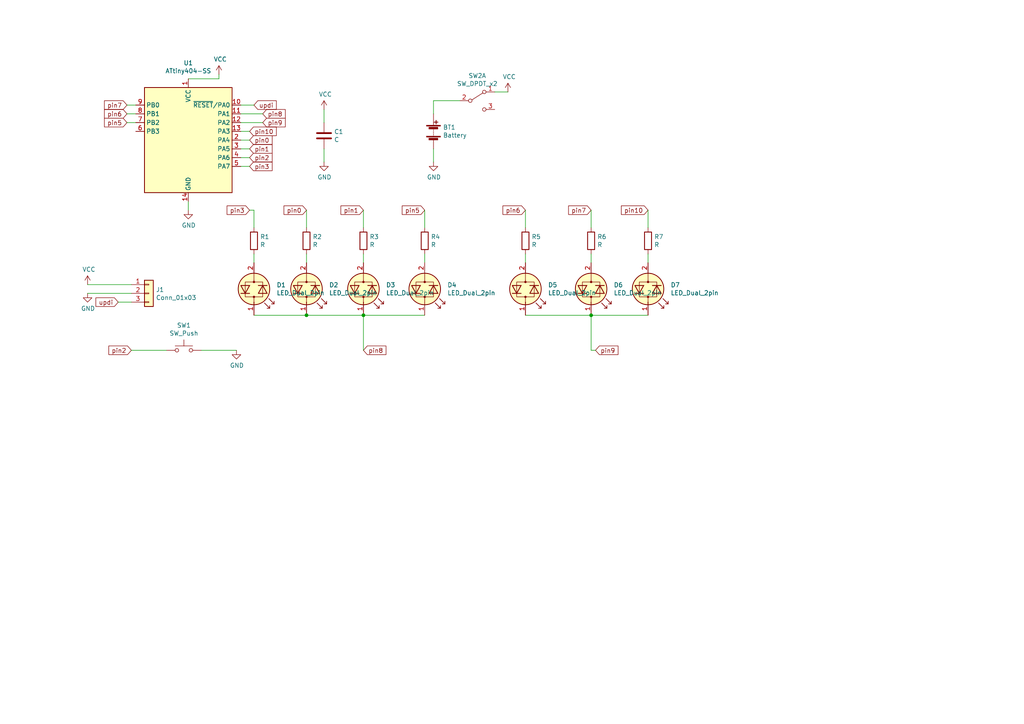
<source format=kicad_sch>
(kicad_sch (version 20211123) (generator eeschema)
  (paper "A4")
  (lib_symbols
    (symbol "Connector_Generic:Conn_01x03" (pin_names (offset 1.016) hide)
      (property "Reference" "J" (at 0 5.08 0))
      (property "Value" "Conn_01x03" (at 0 -5.08 0))
      (symbol "Conn_01x03_1_1"
        (rectangle (start -1.27 -2.413) (end 0 -2.667) (stroke (width 0.1524)))
        (rectangle (start -1.27 0.127) (end 0 -0.127) (stroke (width 0.1524)))
        (rectangle (start -1.27 2.667) (end 0 2.413) (stroke (width 0.1524)))
        (rectangle (start -1.27 3.81) (end 1.27 -3.81) (stroke (width 0.254)) (fill (type background)))
        (pin passive line (at -5.08 2.54 0) (length 3.81) (name "Pin_1") (number "1"))
        (pin passive line (at -5.08 0 0) (length 3.81) (name "Pin_2") (number "2"))
        (pin passive line (at -5.08 -2.54 0) (length 3.81) (name "Pin_3") (number "3"))
      )
    )
    (symbol "Device:Battery" (pin_numbers hide) (pin_names (offset 0) hide)
      (property "Reference" "BT" (at 2.54 2.54 0))
      (property "Value" "Battery" (at 2.54 0 0))
      (symbol "Battery_0_1"
        (rectangle (start -2.032 -1.397) (end 2.032 -1.651) (fill (type outline)))
        (rectangle (start -2.032 1.778) (end 2.032 1.524) (fill (type outline)))
        (rectangle (start -1.3208 -1.9812) (end 1.27 -2.4892) (fill (type outline)))
        (rectangle (start -1.3208 1.1938) (end 1.27 0.6858) (fill (type outline)))
        (polyline (pts (xy 0 -1.524) (xy 0 -1.27)))
        (polyline (pts (xy 0 -1.016) (xy 0 -0.762)))
        (polyline (pts (xy 0 -0.508) (xy 0 -0.254)))
        (polyline (pts (xy 0 0) (xy 0 0.254)))
        (polyline (pts (xy 0 0.508) (xy 0 0.762)))
        (polyline (pts (xy 0 1.778) (xy 0 2.54)))
        (polyline (pts (xy 0.254 2.667) (xy 1.27 2.667)) (stroke (width 0.254)))
        (polyline (pts (xy 0.762 3.175) (xy 0.762 2.159)) (stroke (width 0.254)))
      )
      (symbol "Battery_1_1"
        (pin passive line (at 0 5.08 270) (length 2.54) (name "+") (number "1"))
        (pin passive line (at 0 -5.08 90) (length 2.54) (name "-") (number "2"))
      )
    )
    (symbol "Device:C" (pin_numbers hide) (pin_names (offset 0.254))
      (property "Reference" "C" (at 0.635 2.54 0))
      (property "Value" "C" (at 0.635 -2.54 0))
      (symbol "C_0_1"
        (polyline (pts (xy -2.032 -0.762) (xy 2.032 -0.762)) (stroke (width 0.508)))
        (polyline (pts (xy -2.032 0.762) (xy 2.032 0.762)) (stroke (width 0.508)))
      )
      (symbol "C_1_1"
        (pin passive line (at 0 3.81 270) (length 2.794) (name "~") (number "1"))
        (pin passive line (at 0 -3.81 90) (length 2.794) (name "~") (number "2"))
      )
    )
    (symbol "Device:LED_Dual_2pin" (pin_names (offset 0) hide)
      (property "Reference" "D" (at 0 5.715 0))
      (property "Value" "LED_Dual_2pin" (at 0 -6.35 0))
      (symbol "LED_Dual_2pin_0_1"
        (circle (center -2.032 0) (radius 0.254) (fill (type outline)))
        (polyline (pts (xy -4.572 0) (xy -2.54 0)))
        (polyline (pts (xy -2.032 0) (xy -2.54 0)))
        (polyline (pts (xy -1.016 3.81) (xy -1.016 1.27)) (stroke (width 0.254)))
        (polyline (pts (xy 1.27 -1.27) (xy 1.27 -3.81)) (stroke (width 0.254)))
        (polyline (pts (xy 4.064 0) (xy 2.286 0)) (fill (type outline)))
        (polyline (pts (xy 4.318 5.842) (xy 4.318 5.08)) (stroke (width 0.2032)))
        (polyline (pts (xy 5.588 4.572) (xy 5.588 3.81)) (stroke (width 0.2032)))
        (polyline (pts (xy 2.794 4.318) (xy 4.318 5.842) (xy 3.556 5.842)) (stroke (width 0.2032)))
        (polyline (pts (xy 4.064 3.048) (xy 5.588 4.572) (xy 4.826 4.572)) (stroke (width 0.2032)))
        (polyline (pts (xy -1.016 -1.27) (xy -1.016 -3.81) (xy 1.27 -2.54) (xy -1.016 -1.27)) (stroke (width 0.254)))
        (polyline (pts (xy 1.27 3.81) (xy 1.27 1.27) (xy -1.016 2.54) (xy 1.27 3.81)) (stroke (width 0.254)))
        (polyline (pts (xy 2.286 2.54) (xy -2.032 2.54) (xy -2.032 -2.54) (xy 2.286 -2.54) (xy 2.286 2.54)))
        (circle (center 0 0) (radius 4.572) (stroke (width 0.254)) (fill (type background)))
        (circle (center 2.286 0) (radius 0.254) (fill (type outline)))
      )
      (symbol "LED_Dual_2pin_1_1"
        (pin input line (at 7.62 0 180) (length 3.81) (name "KA") (number "1"))
        (pin input line (at -7.62 0 0) (length 3.048) (name "AK") (number "2"))
      )
    )
    (symbol "Device:R" (pin_numbers hide) (pin_names (offset 0))
      (property "Reference" "R" (at 2.032 0 90))
      (property "Value" "R" (at 0 0 90))
      (symbol "R_0_1"
        (rectangle (start -1.016 -2.54) (end 1.016 2.54) (stroke (width 0.254)))
      )
      (symbol "R_1_1"
        (pin passive line (at 0 3.81 270) (length 1.27) (name "~") (number "1"))
        (pin passive line (at 0 -3.81 90) (length 1.27) (name "~") (number "2"))
      )
    )
    (symbol "MCU_Microchip_ATtiny:ATtiny404-SS"
      (property "Reference" "U" (at -12.7 16.51 0))
      (property "Value" "ATtiny404-SS" (at 2.54 -16.51 0))
      (symbol "ATtiny404-SS_0_1"
        (rectangle (start -12.7 -15.24) (end 12.7 15.24) (stroke (width 0.254)) (fill (type background)))
      )
      (symbol "ATtiny404-SS_1_1"
        (pin power_in line (at 0 17.78 270) (length 2.54) (name "VCC") (number "1"))
        (pin bidirectional line (at 15.24 10.16 180) (length 2.54) (name "~{RESET}/PA0") (number "10"))
        (pin bidirectional line (at 15.24 7.62 180) (length 2.54) (name "PA1") (number "11"))
        (pin bidirectional line (at 15.24 5.08 180) (length 2.54) (name "PA2") (number "12"))
        (pin bidirectional line (at 15.24 2.54 180) (length 2.54) (name "PA3") (number "13"))
        (pin power_in line (at 0 -17.78 90) (length 2.54) (name "GND") (number "14"))
        (pin bidirectional line (at 15.24 0 180) (length 2.54) (name "PA4") (number "2"))
        (pin bidirectional line (at 15.24 -2.54 180) (length 2.54) (name "PA5") (number "3"))
        (pin bidirectional line (at 15.24 -5.08 180) (length 2.54) (name "PA6") (number "4"))
        (pin bidirectional line (at 15.24 -7.62 180) (length 2.54) (name "PA7") (number "5"))
        (pin bidirectional line (at -15.24 2.54 0) (length 2.54) (name "PB3") (number "6"))
        (pin bidirectional line (at -15.24 5.08 0) (length 2.54) (name "PB2") (number "7"))
        (pin bidirectional line (at -15.24 7.62 0) (length 2.54) (name "PB1") (number "8"))
        (pin bidirectional line (at -15.24 10.16 0) (length 2.54) (name "PB0") (number "9"))
      )
    )
    (symbol "Switch:SW_DPDT_x2" (pin_names (offset 0) hide)
      (property "Reference" "SW" (at 0 4.318 0))
      (property "Value" "SW_DPDT_x2" (at 0 -5.08 0))
      (symbol "SW_DPDT_x2_0_0"
        (circle (center -2.032 0) (radius 0.508))
        (circle (center 2.032 -2.54) (radius 0.508))
      )
      (symbol "SW_DPDT_x2_0_1"
        (polyline (pts (xy -1.524 0.254) (xy 1.651 2.286)))
        (circle (center 2.032 2.54) (radius 0.508))
      )
      (symbol "SW_DPDT_x2_1_1"
        (pin passive line (at 5.08 2.54 180) (length 2.54) (name "A") (number "1"))
        (pin passive line (at -5.08 0 0) (length 2.54) (name "B") (number "2"))
        (pin passive line (at 5.08 -2.54 180) (length 2.54) (name "C") (number "3"))
      )
      (symbol "SW_DPDT_x2_2_1"
        (pin passive line (at 5.08 2.54 180) (length 2.54) (name "A") (number "4"))
        (pin passive line (at -5.08 0 0) (length 2.54) (name "B") (number "5"))
        (pin passive line (at 5.08 -2.54 180) (length 2.54) (name "C") (number "6"))
      )
    )
    (symbol "Switch:SW_Push" (pin_numbers hide) (pin_names (offset 1.016) hide)
      (property "Reference" "SW" (at 1.27 2.54 0))
      (property "Value" "SW_Push" (at 0 -1.524 0))
      (symbol "SW_Push_0_1"
        (circle (center -2.032 0) (radius 0.508))
        (polyline (pts (xy 0 1.27) (xy 0 3.048)))
        (polyline (pts (xy 2.54 1.27) (xy -2.54 1.27)))
        (circle (center 2.032 0) (radius 0.508))
        (pin passive line (at -5.08 0 0) (length 2.54) (name "1") (number "1"))
        (pin passive line (at 5.08 0 180) (length 2.54) (name "2") (number "2"))
      )
    )
    (symbol "power:GND" (power) (pin_names (offset 0))
      (property "Value" "GND" (at 0 -3.81 0))
      (symbol "GND_0_1"
        (polyline (pts (xy 0 0) (xy 0 -1.27) (xy 1.27 -1.27) (xy 0 -2.54) (xy -1.27 -1.27) (xy 0 -1.27)))
      )
      (symbol "GND_1_1"
        (pin power_in line (at 0 0 270) (length 0) hide (name "GND") (number "1"))
      )
    )
    (symbol "power:VCC" (power) (pin_names (offset 0))
      (property "Value" "VCC" (at 0 3.81 0))
      (symbol "VCC_0_1"
        (polyline (pts (xy -0.762 1.27) (xy 0 2.54)))
        (polyline (pts (xy 0 0) (xy 0 2.54)))
        (polyline (pts (xy 0 2.54) (xy 0.762 1.27)))
      )
      (symbol "VCC_1_1"
        (pin power_in line (at 0 0 90) (length 0) hide (name "VCC") (number "1"))
      )
    )
  )
  (junction (at 105.41 91.44))
  (junction (at 171.45 91.44))
  (junction (at 88.9 91.44))
  (wire (pts (xy 36.83 35.56) (xy 39.37 35.56)))
  (wire (pts (xy 73.66 30.48) (xy 69.85 30.48)))
  (wire (pts (xy 105.41 60.96) (xy 105.41 66.04)))
  (wire (pts (xy 88.9 60.96) (xy 88.9 66.04)))
  (wire (pts (xy 171.45 101.6) (xy 172.72 101.6)))
  (wire (pts (xy 69.85 43.18) (xy 72.39 43.18)))
  (wire (pts (xy 171.45 91.44) (xy 187.96 91.44)))
  (wire (pts (xy 125.73 43.18) (xy 125.73 46.99)))
  (wire (pts (xy 133.35 29.21) (xy 125.73 29.21)))
  (wire (pts (xy 36.83 33.02) (xy 39.37 33.02)))
  (wire (pts (xy 105.41 73.66) (xy 105.41 76.2)))
  (wire (pts (xy 69.85 33.02) (xy 76.2 33.02)))
  (wire (pts (xy 69.85 48.26) (xy 72.39 48.26)))
  (wire (pts (xy 73.66 73.66) (xy 73.66 76.2)))
  (wire (pts (xy 123.19 60.96) (xy 123.19 66.04)))
  (wire (pts (xy 152.4 73.66) (xy 152.4 76.2)))
  (wire (pts (xy 88.9 91.44) (xy 105.41 91.44)))
  (wire (pts (xy 54.61 58.42) (xy 54.61 60.96)))
  (wire (pts (xy 123.19 73.66) (xy 123.19 76.2)))
  (wire (pts (xy 69.85 38.1) (xy 72.39 38.1)))
  (wire (pts (xy 73.66 91.44) (xy 88.9 91.44)))
  (wire (pts (xy 152.4 91.44) (xy 171.45 91.44)))
  (wire (pts (xy 93.98 31.75) (xy 93.98 35.56)))
  (wire (pts (xy 171.45 91.44) (xy 171.45 101.6)))
  (wire (pts (xy 69.85 35.56) (xy 76.2 35.56)))
  (wire (pts (xy 73.66 60.96) (xy 73.66 66.04)))
  (wire (pts (xy 187.96 60.96) (xy 187.96 66.04)))
  (wire (pts (xy 36.83 30.48) (xy 39.37 30.48)))
  (wire (pts (xy 152.4 60.96) (xy 152.4 66.04)))
  (wire (pts (xy 38.1 101.6) (xy 48.26 101.6)))
  (wire (pts (xy 88.9 73.66) (xy 88.9 76.2)))
  (wire (pts (xy 143.51 26.67) (xy 147.32 26.67)))
  (wire (pts (xy 125.73 29.21) (xy 125.73 33.02)))
  (wire (pts (xy 63.5 22.86) (xy 54.61 22.86)))
  (wire (pts (xy 171.45 60.96) (xy 171.45 66.04)))
  (wire (pts (xy 72.39 45.72) (xy 69.85 45.72)))
  (wire (pts (xy 25.4 82.55) (xy 38.1 82.55)))
  (wire (pts (xy 63.5 21.59) (xy 63.5 22.86)))
  (wire (pts (xy 105.41 91.44) (xy 123.19 91.44)))
  (wire (pts (xy 69.85 40.64) (xy 72.39 40.64)))
  (wire (pts (xy 25.4 85.09) (xy 38.1 85.09)))
  (wire (pts (xy 187.96 73.66) (xy 187.96 76.2)))
  (wire (pts (xy 105.41 91.44) (xy 105.41 101.6)))
  (wire (pts (xy 93.98 43.18) (xy 93.98 46.99)))
  (wire (pts (xy 58.42 101.6) (xy 68.58 101.6)))
  (wire (pts (xy 72.39 60.96) (xy 73.66 60.96)))
  (wire (pts (xy 34.29 87.63) (xy 38.1 87.63)))
  (wire (pts (xy 171.45 73.66) (xy 171.45 76.2)))
  (global_label "pin8" (shape input) (at 105.41 101.6 0) (property "Intersheet References" "${INTERSHEET_REFS}" (effects hide)))
  (global_label "pin10" (shape input) (at 72.39 38.1 0) (property "Intersheet References" "${INTERSHEET_REFS}" (effects hide)))
  (global_label "pin6" (shape input) (at 152.4 60.96 180) (property "Intersheet References" "${INTERSHEET_REFS}" (effects hide)))
  (global_label "pin2" (shape input) (at 72.39 45.72 0) (property "Intersheet References" "${INTERSHEET_REFS}" (effects hide)))
  (global_label "pin1" (shape input) (at 105.41 60.96 180) (property "Intersheet References" "${INTERSHEET_REFS}" (effects hide)))
  (global_label "pin9" (shape input) (at 172.72 101.6 0) (property "Intersheet References" "${INTERSHEET_REFS}" (effects hide)))
  (global_label "pin5" (shape input) (at 36.83 35.56 180) (property "Intersheet References" "${INTERSHEET_REFS}" (effects hide)))
  (global_label "pin7" (shape input) (at 171.45 60.96 180) (property "Intersheet References" "${INTERSHEET_REFS}" (effects hide)))
  (global_label "pin7" (shape input) (at 36.83 30.48 180) (property "Intersheet References" "${INTERSHEET_REFS}" (effects hide)))
  (global_label "updi" (shape input) (at 73.66 30.48 0) (property "Intersheet References" "${INTERSHEET_REFS}" (effects hide)))
  (global_label "pin6" (shape input) (at 36.83 33.02 180) (property "Intersheet References" "${INTERSHEET_REFS}" (effects hide)))
  (global_label "pin0" (shape input) (at 88.9 60.96 180) (property "Intersheet References" "${INTERSHEET_REFS}" (effects hide)))
  (global_label "pin10" (shape input) (at 187.96 60.96 180) (property "Intersheet References" "${INTERSHEET_REFS}" (effects hide)))
  (global_label "pin8" (shape input) (at 76.2 33.02 0) (property "Intersheet References" "${INTERSHEET_REFS}" (effects hide)))
  (global_label "pin3" (shape input) (at 72.39 48.26 0) (property "Intersheet References" "${INTERSHEET_REFS}" (effects hide)))
  (global_label "pin2" (shape input) (at 38.1 101.6 180) (property "Intersheet References" "${INTERSHEET_REFS}" (effects hide)))
  (global_label "pin0" (shape input) (at 72.39 40.64 0) (property "Intersheet References" "${INTERSHEET_REFS}" (effects hide)))
  (global_label "updi" (shape input) (at 34.29 87.63 180) (property "Intersheet References" "${INTERSHEET_REFS}" (effects hide)))
  (global_label "pin5" (shape input) (at 123.19 60.96 180) (property "Intersheet References" "${INTERSHEET_REFS}" (effects hide)))
  (global_label "pin3" (shape input) (at 72.39 60.96 180) (property "Intersheet References" "${INTERSHEET_REFS}" (effects hide)))
  (global_label "pin1" (shape input) (at 72.39 43.18 0) (property "Intersheet References" "${INTERSHEET_REFS}" (effects hide)))
  (global_label "pin9" (shape input) (at 76.2 35.56 0) (property "Intersheet References" "${INTERSHEET_REFS}" (effects hide)))
  (symbol (lib_id "MCU_Microchip_ATtiny:ATtiny404-SS") (at 54.61 40.64 0) (unit 1)
    (property "Reference" "U1" (at 54.61 18.2626 0))
    (property "Value" "ATtiny404-SS" (at 54.61 20.574 0))
    (property "Footprint" "Package_SO:SOIC-14_3.9x8.7mm_P1.27mm" (effects hide))
    (property "Datasheet" "http://ww1.microchip.com/downloads/en/DeviceDoc/50002687A.pdf" (effects hide))
  )
  (symbol (lib_id "Device:Battery") (at 125.73 38.1 0) (unit 1)
    (property "Reference" "BT1" (at 128.4732 36.9316 0) (effects (justify left)))
    (property "Value" "Battery" (at 128.4732 39.243 0) (effects (justify left)))
    (property "Footprint" "tree:Custom_BatteryHolder_ComfortableElectronic_CH273-2450_1x2450" (effects hide))
  )
  (symbol (lib_id "Switch:SW_DPDT_x2") (at 138.43 29.21 0) (unit 1)
    (property "Reference" "SW2" (at 138.43 21.971 0))
    (property "Value" "SW_DPDT_x2" (at 138.43 24.2824 0))
    (property "Footprint" "Button_Switch_SMD:SW_SPDT_CK-JS102011SAQN" (effects hide))
  )
  (symbol (lib_id "power:GND") (at 125.73 46.99 0) (unit 1)
    (property "Reference" "#PWR08" (effects hide))
    (property "Value" "GND" (at 125.857 51.3842 0))
  )
  (symbol (lib_id "power:VCC") (at 147.32 26.67 0) (unit 1)
    (property "Reference" "#PWR09" (effects hide))
    (property "Value" "VCC" (at 147.701 22.2758 0))
  )
  (symbol (lib_id "power:VCC") (at 63.5 21.59 0) (unit 1)
    (property "Reference" "#PWR04" (effects hide))
    (property "Value" "VCC" (at 63.881 17.1958 0))
  )
  (symbol (lib_id "power:GND") (at 54.61 60.96 0) (unit 1)
    (property "Reference" "#PWR03" (effects hide))
    (property "Value" "GND" (at 54.737 65.3542 0))
  )
  (symbol (lib_id "Connector_Generic:Conn_01x03") (at 43.18 85.09 0) (unit 1)
    (property "Reference" "J1" (at 45.212 84.0232 0) (effects (justify left)))
    (property "Value" "Conn_01x03" (at 45.212 86.3346 0) (effects (justify left)))
    (property "Footprint" "tree:custom_updipad_PinHeader_1x03_P2.54mm_Vertical" (effects hide))
  )
  (symbol (lib_id "power:GND") (at 25.4 85.09 0) (unit 1)
    (property "Reference" "#PWR02" (effects hide))
    (property "Value" "GND" (at 25.527 89.4842 0))
  )
  (symbol (lib_id "power:VCC") (at 25.4 82.55 0) (unit 1)
    (property "Reference" "#PWR01" (effects hide))
    (property "Value" "VCC" (at 25.781 78.1558 0))
  )
  (symbol (lib_id "Device:R") (at 88.9 69.85 0) (unit 1)
    (property "Reference" "R2" (at 90.678 68.6816 0) (effects (justify left)))
    (property "Value" "R" (at 90.678 70.993 0) (effects (justify left)))
    (property "Footprint" "Resistor_SMD:R_1206_3216Metric_Pad1.42x1.75mm_HandSolder" (effects hide))
  )
  (symbol (lib_id "Device:R") (at 105.41 69.85 0) (unit 1)
    (property "Reference" "R3" (at 107.188 68.6816 0) (effects (justify left)))
    (property "Value" "R" (at 107.188 70.993 0) (effects (justify left)))
    (property "Footprint" "Resistor_SMD:R_1206_3216Metric_Pad1.42x1.75mm_HandSolder" (effects hide))
  )
  (symbol (lib_id "Device:R") (at 123.19 69.85 0) (unit 1)
    (property "Reference" "R4" (at 124.968 68.6816 0) (effects (justify left)))
    (property "Value" "R" (at 124.968 70.993 0) (effects (justify left)))
    (property "Footprint" "Resistor_SMD:R_1206_3216Metric_Pad1.42x1.75mm_HandSolder" (effects hide))
  )
  (symbol (lib_id "Device:R") (at 152.4 69.85 0) (unit 1)
    (property "Reference" "R5" (at 154.178 68.6816 0) (effects (justify left)))
    (property "Value" "R" (at 154.178 70.993 0) (effects (justify left)))
    (property "Footprint" "Resistor_SMD:R_1206_3216Metric_Pad1.42x1.75mm_HandSolder" (effects hide))
  )
  (symbol (lib_id "Device:R") (at 171.45 69.85 0) (unit 1)
    (property "Reference" "R6" (at 173.228 68.6816 0) (effects (justify left)))
    (property "Value" "R" (at 173.228 70.993 0) (effects (justify left)))
    (property "Footprint" "Resistor_SMD:R_1206_3216Metric_Pad1.42x1.75mm_HandSolder" (effects hide))
  )
  (symbol (lib_id "Device:R") (at 187.96 69.85 0) (unit 1)
    (property "Reference" "R7" (at 189.738 68.6816 0) (effects (justify left)))
    (property "Value" "R" (at 189.738 70.993 0) (effects (justify left)))
    (property "Footprint" "Resistor_SMD:R_1206_3216Metric_Pad1.42x1.75mm_HandSolder" (effects hide))
  )
  (symbol (lib_id "power:GND") (at 93.98 46.99 0) (unit 1)
    (property "Reference" "#PWR07" (effects hide))
    (property "Value" "GND" (at 94.107 51.3842 0))
  )
  (symbol (lib_id "power:VCC") (at 93.98 31.75 0) (unit 1)
    (property "Reference" "#PWR06" (effects hide))
    (property "Value" "VCC" (at 94.361 27.3558 0))
  )
  (symbol (lib_id "Device:C") (at 93.98 39.37 0) (unit 1)
    (property "Reference" "C1" (at 96.901 38.2016 0) (effects (justify left)))
    (property "Value" "C" (at 96.901 40.513 0) (effects (justify left)))
    (property "Footprint" "Capacitor_SMD:C_1206_3216Metric_Pad1.42x1.75mm_HandSolder" (effects hide))
  )
  (symbol (lib_id "Switch:SW_Push") (at 53.34 101.6 0) (unit 1)
    (property "Reference" "SW1" (at 53.34 94.361 0))
    (property "Value" "SW_Push" (at 53.34 96.6724 0))
    (property "Footprint" "Button_Switch_SMD:SW_Push_1P1T_NO_6x6mm_H9.5mm" (effects hide))
  )
  (symbol (lib_id "power:GND") (at 68.58 101.6 0) (unit 1)
    (property "Reference" "#PWR05" (effects hide))
    (property "Value" "GND" (at 68.707 105.9942 0))
  )
  (symbol (lib_id "Device:LED_Dual_2pin") (at 88.9 83.82 270) (unit 1)
    (property "Reference" "D2" (at 95.4532 82.6516 90) (effects (justify left)))
    (property "Value" "LED_Dual_2pin" (at 95.4532 84.963 90) (effects (justify left)))
    (property "Footprint" "tree:Custom_LessSilkscreenLED_1206_3216Metric_Pad1.42x1.75mm_HandSolder" (effects hide))
  )
  (symbol (lib_id "Device:LED_Dual_2pin") (at 105.41 83.82 270) (unit 1)
    (property "Reference" "D3" (at 111.9632 82.6516 90) (effects (justify left)))
    (property "Value" "LED_Dual_2pin" (at 111.9632 84.963 90) (effects (justify left)))
    (property "Footprint" "tree:Custom_LessSilkscreenLED_1206_3216Metric_Pad1.42x1.75mm_HandSolder" (effects hide))
  )
  (symbol (lib_id "Device:LED_Dual_2pin") (at 123.19 83.82 270) (unit 1)
    (property "Reference" "D4" (at 129.7432 82.6516 90) (effects (justify left)))
    (property "Value" "LED_Dual_2pin" (at 129.7432 84.963 90) (effects (justify left)))
    (property "Footprint" "tree:Custom_LessSilkscreenLED_1206_3216Metric_Pad1.42x1.75mm_HandSolder" (effects hide))
  )
  (symbol (lib_id "Device:LED_Dual_2pin") (at 152.4 83.82 270) (unit 1)
    (property "Reference" "D5" (at 158.9532 82.6516 90) (effects (justify left)))
    (property "Value" "LED_Dual_2pin" (at 158.9532 84.963 90) (effects (justify left)))
    (property "Footprint" "tree:Custom_LessSilkscreenLED_1206_3216Metric_Pad1.42x1.75mm_HandSolder" (effects hide))
  )
  (symbol (lib_id "Device:LED_Dual_2pin") (at 171.45 83.82 270) (unit 1)
    (property "Reference" "D6" (at 178.0032 82.6516 90) (effects (justify left)))
    (property "Value" "LED_Dual_2pin" (at 178.0032 84.963 90) (effects (justify left)))
    (property "Footprint" "tree:Custom_LessSilkscreenLED_1206_3216Metric_Pad1.42x1.75mm_HandSolder" (effects hide))
  )
  (symbol (lib_id "Device:LED_Dual_2pin") (at 187.96 83.82 270) (unit 1)
    (property "Reference" "D7" (at 194.5132 82.6516 90) (effects (justify left)))
    (property "Value" "LED_Dual_2pin" (at 194.5132 84.963 90) (effects (justify left)))
    (property "Footprint" "tree:Custom_LessSilkscreenLED_1206_3216Metric_Pad1.42x1.75mm_HandSolder" (effects hide))
  )
  (symbol (lib_id "Device:R") (at 73.66 69.85 0) (unit 1)
    (property "Reference" "R1" (at 75.438 68.6816 0) (effects (justify left)))
    (property "Value" "R" (at 75.438 70.993 0) (effects (justify left)))
    (property "Footprint" "Resistor_SMD:R_1206_3216Metric_Pad1.42x1.75mm_HandSolder" (effects hide))
  )
  (symbol (lib_id "Device:LED_Dual_2pin") (at 73.66 83.82 270) (unit 1)
    (property "Reference" "D1" (at 80.2132 82.6516 90) (effects (justify left)))
    (property "Value" "LED_Dual_2pin" (at 80.2132 84.963 90) (effects (justify left)))
    (property "Footprint" "tree:Custom_LessSilkscreenLED_1206_3216Metric_Pad1.42x1.75mm_HandSolder" (effects hide))
  )
)
</source>
